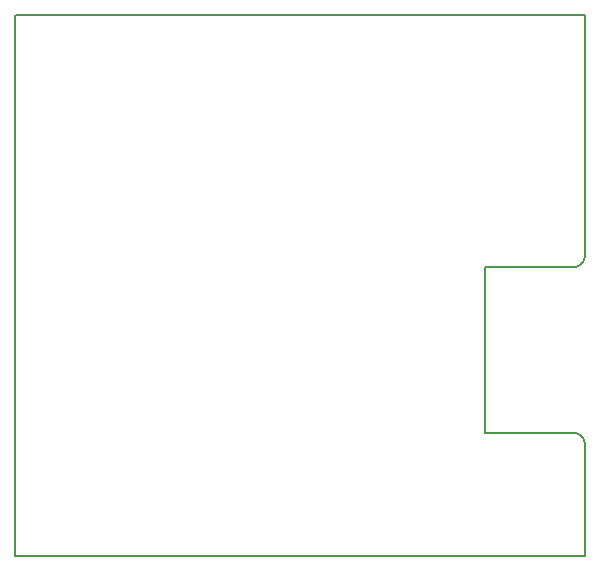
<source format=gbr>
G04 (created by PCBNEW (2013-03-19 BZR 4004)-stable) date 2014/11/27 13:38:41*
%MOIN*%
G04 Gerber Fmt 3.4, Leading zero omitted, Abs format*
%FSLAX34Y34*%
G01*
G70*
G90*
G04 APERTURE LIST*
%ADD10C,0*%
%ADD11C,0.00590551*%
G04 APERTURE END LIST*
G54D10*
G54D11*
X62539Y-37559D02*
X62618Y-37559D01*
X62500Y-37559D02*
X62500Y-37500D01*
X62578Y-37559D02*
X62500Y-37559D01*
X62500Y-19586D02*
X62500Y-19527D01*
X62598Y-19527D02*
X62519Y-19527D01*
X62500Y-37500D02*
X62500Y-19586D01*
X81496Y-37559D02*
X81496Y-37322D01*
X62598Y-37559D02*
X81496Y-37559D01*
X81496Y-19527D02*
X81496Y-19685D01*
X62598Y-19527D02*
X81496Y-19527D01*
X81496Y-33858D02*
X81496Y-37401D01*
X81496Y-27559D02*
X81496Y-19685D01*
X81102Y-27952D02*
G75*
G03X81496Y-27559I0J393D01*
G74*
G01*
X78149Y-27952D02*
X81102Y-27952D01*
X78149Y-28149D02*
X78149Y-27952D01*
X78149Y-33070D02*
X78149Y-28149D01*
X78149Y-33464D02*
X78149Y-33070D01*
X78346Y-33464D02*
X78149Y-33464D01*
X81102Y-33464D02*
X78346Y-33464D01*
X81496Y-33858D02*
G75*
G03X81102Y-33464I-393J0D01*
G74*
G01*
M02*

</source>
